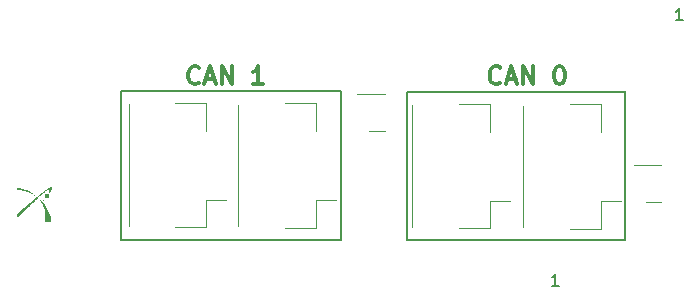
<source format=gbr>
%TF.GenerationSoftware,KiCad,Pcbnew,8.0.3*%
%TF.CreationDate,2024-07-11T22:16:14+02:00*%
%TF.ProjectId,HatV5,48617456-352e-46b6-9963-61645f706362,V2*%
%TF.SameCoordinates,Original*%
%TF.FileFunction,Legend,Top*%
%TF.FilePolarity,Positive*%
%FSLAX46Y46*%
G04 Gerber Fmt 4.6, Leading zero omitted, Abs format (unit mm)*
G04 Created by KiCad (PCBNEW 8.0.3) date 2024-07-11 22:16:14*
%MOMM*%
%LPD*%
G01*
G04 APERTURE LIST*
%ADD10C,0.150000*%
%ADD11C,0.200000*%
%ADD12C,0.375000*%
%ADD13C,0.120000*%
%ADD14C,0.000000*%
G04 APERTURE END LIST*
D10*
X161482400Y-95597200D02*
X143042000Y-95597200D01*
X143042000Y-108119400D02*
X161482400Y-108119400D01*
X161482400Y-108119400D02*
X161482400Y-95521000D01*
X137482400Y-108119400D02*
X137482400Y-95521000D01*
X118838800Y-108119400D02*
X137482400Y-108119400D01*
X137482400Y-95470200D02*
X118838800Y-95470200D01*
X143042000Y-95597200D02*
X143042000Y-108119400D01*
X118838800Y-95470200D02*
X118838800Y-108119400D01*
D11*
X166375882Y-89486619D02*
X165804454Y-89486619D01*
X166090168Y-89486619D02*
X166090168Y-88486619D01*
X166090168Y-88486619D02*
X165994930Y-88629476D01*
X165994930Y-88629476D02*
X165899692Y-88724714D01*
X165899692Y-88724714D02*
X165804454Y-88772333D01*
X155875882Y-111986619D02*
X155304454Y-111986619D01*
X155590168Y-111986619D02*
X155590168Y-110986619D01*
X155590168Y-110986619D02*
X155494930Y-111129476D01*
X155494930Y-111129476D02*
X155399692Y-111224714D01*
X155399692Y-111224714D02*
X155304454Y-111272333D01*
D12*
X125443395Y-94773471D02*
X125371967Y-94844900D01*
X125371967Y-94844900D02*
X125157681Y-94916328D01*
X125157681Y-94916328D02*
X125014824Y-94916328D01*
X125014824Y-94916328D02*
X124800538Y-94844900D01*
X124800538Y-94844900D02*
X124657681Y-94702042D01*
X124657681Y-94702042D02*
X124586252Y-94559185D01*
X124586252Y-94559185D02*
X124514824Y-94273471D01*
X124514824Y-94273471D02*
X124514824Y-94059185D01*
X124514824Y-94059185D02*
X124586252Y-93773471D01*
X124586252Y-93773471D02*
X124657681Y-93630614D01*
X124657681Y-93630614D02*
X124800538Y-93487757D01*
X124800538Y-93487757D02*
X125014824Y-93416328D01*
X125014824Y-93416328D02*
X125157681Y-93416328D01*
X125157681Y-93416328D02*
X125371967Y-93487757D01*
X125371967Y-93487757D02*
X125443395Y-93559185D01*
X126014824Y-94487757D02*
X126729110Y-94487757D01*
X125871967Y-94916328D02*
X126371967Y-93416328D01*
X126371967Y-93416328D02*
X126871967Y-94916328D01*
X127371966Y-94916328D02*
X127371966Y-93416328D01*
X127371966Y-93416328D02*
X128229109Y-94916328D01*
X128229109Y-94916328D02*
X128229109Y-93416328D01*
X130871967Y-94916328D02*
X130014824Y-94916328D01*
X130443395Y-94916328D02*
X130443395Y-93416328D01*
X130443395Y-93416328D02*
X130300538Y-93630614D01*
X130300538Y-93630614D02*
X130157681Y-93773471D01*
X130157681Y-93773471D02*
X130014824Y-93844900D01*
X150943395Y-94773471D02*
X150871967Y-94844900D01*
X150871967Y-94844900D02*
X150657681Y-94916328D01*
X150657681Y-94916328D02*
X150514824Y-94916328D01*
X150514824Y-94916328D02*
X150300538Y-94844900D01*
X150300538Y-94844900D02*
X150157681Y-94702042D01*
X150157681Y-94702042D02*
X150086252Y-94559185D01*
X150086252Y-94559185D02*
X150014824Y-94273471D01*
X150014824Y-94273471D02*
X150014824Y-94059185D01*
X150014824Y-94059185D02*
X150086252Y-93773471D01*
X150086252Y-93773471D02*
X150157681Y-93630614D01*
X150157681Y-93630614D02*
X150300538Y-93487757D01*
X150300538Y-93487757D02*
X150514824Y-93416328D01*
X150514824Y-93416328D02*
X150657681Y-93416328D01*
X150657681Y-93416328D02*
X150871967Y-93487757D01*
X150871967Y-93487757D02*
X150943395Y-93559185D01*
X151514824Y-94487757D02*
X152229110Y-94487757D01*
X151371967Y-94916328D02*
X151871967Y-93416328D01*
X151871967Y-93416328D02*
X152371967Y-94916328D01*
X152871966Y-94916328D02*
X152871966Y-93416328D01*
X152871966Y-93416328D02*
X153729109Y-94916328D01*
X153729109Y-94916328D02*
X153729109Y-93416328D01*
X155871967Y-93416328D02*
X156014824Y-93416328D01*
X156014824Y-93416328D02*
X156157681Y-93487757D01*
X156157681Y-93487757D02*
X156229110Y-93559185D01*
X156229110Y-93559185D02*
X156300538Y-93702042D01*
X156300538Y-93702042D02*
X156371967Y-93987757D01*
X156371967Y-93987757D02*
X156371967Y-94344900D01*
X156371967Y-94344900D02*
X156300538Y-94630614D01*
X156300538Y-94630614D02*
X156229110Y-94773471D01*
X156229110Y-94773471D02*
X156157681Y-94844900D01*
X156157681Y-94844900D02*
X156014824Y-94916328D01*
X156014824Y-94916328D02*
X155871967Y-94916328D01*
X155871967Y-94916328D02*
X155729110Y-94844900D01*
X155729110Y-94844900D02*
X155657681Y-94773471D01*
X155657681Y-94773471D02*
X155586252Y-94630614D01*
X155586252Y-94630614D02*
X155514824Y-94344900D01*
X155514824Y-94344900D02*
X155514824Y-93987757D01*
X155514824Y-93987757D02*
X155586252Y-93702042D01*
X155586252Y-93702042D02*
X155657681Y-93559185D01*
X155657681Y-93559185D02*
X155729110Y-93487757D01*
X155729110Y-93487757D02*
X155871967Y-93416328D01*
D13*
%TO.C,J4*%
X152881778Y-96734422D02*
X152881778Y-107034422D01*
X159451778Y-96624422D02*
X156821778Y-96624422D01*
X159451778Y-98974422D02*
X159451778Y-96624422D01*
X159451778Y-104794422D02*
X159451778Y-107144422D01*
X159451778Y-107144422D02*
X156821778Y-107144422D01*
X161161778Y-104794422D02*
X159451778Y-104794422D01*
%TO.C,J3*%
X143472800Y-96720000D02*
X143472800Y-107020000D01*
X150042800Y-96610000D02*
X147412800Y-96610000D01*
X150042800Y-98960000D02*
X150042800Y-96610000D01*
X150042800Y-104780000D02*
X150042800Y-107130000D01*
X150042800Y-107130000D02*
X147412800Y-107130000D01*
X151752800Y-104780000D02*
X150042800Y-104780000D01*
%TO.C,U4*%
X162217756Y-101794865D02*
X163892756Y-101794865D01*
X163242756Y-104914865D02*
X163892756Y-104914865D01*
X164542756Y-101794865D02*
X163892756Y-101794865D01*
X164542756Y-104914865D02*
X163892756Y-104914865D01*
D14*
%TO.C,G\u002A\u002A\u002A*%
G36*
X112329604Y-104633402D02*
G01*
X112341425Y-104638682D01*
X112342488Y-104639226D01*
X112352435Y-104645200D01*
X112354393Y-104650111D01*
X112350665Y-104655752D01*
X112345217Y-104662237D01*
X112334426Y-104675161D01*
X112319445Y-104693142D01*
X112301428Y-104714793D01*
X112281528Y-104738731D01*
X112281064Y-104739289D01*
X112261509Y-104762603D01*
X112244079Y-104782964D01*
X112229835Y-104799166D01*
X112219839Y-104810004D01*
X112215150Y-104814273D01*
X112215042Y-104814294D01*
X112209316Y-104810946D01*
X112200596Y-104802857D01*
X112200283Y-104802525D01*
X112192570Y-104793248D01*
X112189230Y-104787117D01*
X112189226Y-104787016D01*
X112192378Y-104781691D01*
X112201010Y-104770266D01*
X112213891Y-104754189D01*
X112229789Y-104734905D01*
X112247472Y-104713863D01*
X112265707Y-104692509D01*
X112283262Y-104672288D01*
X112298906Y-104654649D01*
X112311406Y-104641038D01*
X112319531Y-104632900D01*
X112321904Y-104631231D01*
X112329604Y-104633402D01*
G37*
G36*
X112561998Y-104176399D02*
G01*
X112579669Y-104177676D01*
X112593961Y-104180592D01*
X112608266Y-104185792D01*
X112622479Y-104192258D01*
X112660187Y-104215310D01*
X112690940Y-104244671D01*
X112714366Y-104279005D01*
X112730094Y-104316977D01*
X112737751Y-104357252D01*
X112736966Y-104398494D01*
X112727366Y-104439369D01*
X112708582Y-104478541D01*
X112704104Y-104485445D01*
X112675378Y-104519556D01*
X112641036Y-104545971D01*
X112611288Y-104560500D01*
X112585406Y-104567701D01*
X112555249Y-104572120D01*
X112524971Y-104573427D01*
X112498725Y-104571291D01*
X112492388Y-104569963D01*
X112464224Y-104559780D01*
X112434719Y-104543994D01*
X112407978Y-104525062D01*
X112391558Y-104509560D01*
X112365879Y-104473634D01*
X112349118Y-104434690D01*
X112340999Y-104394057D01*
X112341247Y-104353068D01*
X112349587Y-104313056D01*
X112365742Y-104275351D01*
X112389440Y-104241287D01*
X112420403Y-104212193D01*
X112457627Y-104189745D01*
X112472789Y-104183235D01*
X112486647Y-104179177D01*
X112502459Y-104177016D01*
X112523478Y-104176197D01*
X112537555Y-104176116D01*
X112561998Y-104176399D01*
G37*
G36*
X109998826Y-103692755D02*
G01*
X110011650Y-103694670D01*
X110030923Y-103697316D01*
X110052996Y-103700198D01*
X110058576Y-103700903D01*
X110232372Y-103726551D01*
X110399242Y-103759165D01*
X110559947Y-103799046D01*
X110715243Y-103846497D01*
X110865892Y-103901821D01*
X111012650Y-103965321D01*
X111156278Y-104037299D01*
X111297534Y-104118058D01*
X111437177Y-104207900D01*
X111572949Y-104304868D01*
X111630446Y-104347928D01*
X111613904Y-104364995D01*
X111603571Y-104375055D01*
X111596243Y-104381091D01*
X111594545Y-104381884D01*
X111589693Y-104378883D01*
X111578395Y-104370793D01*
X111562228Y-104358773D01*
X111542770Y-104343983D01*
X111538336Y-104340574D01*
X111473924Y-104292729D01*
X111410762Y-104249662D01*
X111347282Y-104210577D01*
X111281918Y-104174675D01*
X111213104Y-104141159D01*
X111139273Y-104109230D01*
X111058860Y-104078091D01*
X110970297Y-104046945D01*
X110945923Y-104038806D01*
X110826279Y-104001799D01*
X110708110Y-103970284D01*
X110592352Y-103944411D01*
X110479942Y-103924332D01*
X110371817Y-103910197D01*
X110268913Y-103902155D01*
X110172167Y-103900359D01*
X110102738Y-103903305D01*
X110073266Y-103905541D01*
X110045941Y-103907815D01*
X110023013Y-103909924D01*
X110006729Y-103911667D01*
X110001369Y-103912405D01*
X109982300Y-103915565D01*
X109982300Y-103802797D01*
X109982300Y-103690030D01*
X109998826Y-103692755D01*
G37*
G36*
X111989934Y-104673168D02*
G01*
X112024845Y-104708694D01*
X112064081Y-104751118D01*
X112106314Y-104798885D01*
X112150216Y-104850438D01*
X112194459Y-104904219D01*
X112237717Y-104958675D01*
X112274633Y-105006875D01*
X112380194Y-105155637D01*
X112478291Y-105310764D01*
X112568595Y-105471483D01*
X112650774Y-105637026D01*
X112724499Y-105806620D01*
X112789437Y-105979496D01*
X112845259Y-106154883D01*
X112891634Y-106332009D01*
X112928231Y-106510105D01*
X112933925Y-106543223D01*
X112937708Y-106565534D01*
X112941146Y-106585095D01*
X112943722Y-106599001D01*
X112944536Y-106602973D01*
X112947098Y-106614415D01*
X112648090Y-106614415D01*
X112349083Y-106614415D01*
X112360297Y-106547331D01*
X112367853Y-106500258D01*
X112374068Y-106456781D01*
X112379063Y-106415159D01*
X112382956Y-106373653D01*
X112385867Y-106330523D01*
X112387916Y-106284029D01*
X112389222Y-106232431D01*
X112389904Y-106173991D01*
X112390083Y-106113534D01*
X112389981Y-106056828D01*
X112389639Y-106008854D01*
X112389011Y-105968178D01*
X112388050Y-105933362D01*
X112386709Y-105902972D01*
X112384940Y-105875572D01*
X112382697Y-105849726D01*
X112380849Y-105832063D01*
X112362245Y-105693447D01*
X112337973Y-105562463D01*
X112307762Y-105438126D01*
X112271343Y-105319449D01*
X112228445Y-105205446D01*
X112179475Y-105096517D01*
X112141688Y-105022155D01*
X112104073Y-104955104D01*
X112064922Y-104892682D01*
X112022528Y-104832204D01*
X111975182Y-104770989D01*
X111961748Y-104754497D01*
X111913708Y-104696082D01*
X111938148Y-104671269D01*
X111962589Y-104646455D01*
X111989934Y-104673168D01*
G37*
G36*
X112917630Y-103631742D02*
G01*
X112941225Y-103638937D01*
X112957463Y-103651625D01*
X112967262Y-103670371D01*
X112969937Y-103681629D01*
X112971094Y-103712110D01*
X112965441Y-103749281D01*
X112953238Y-103792521D01*
X112934747Y-103841210D01*
X112910230Y-103894731D01*
X112879949Y-103952462D01*
X112844164Y-104013785D01*
X112803137Y-104078081D01*
X112801400Y-104080693D01*
X112783788Y-104106953D01*
X112768062Y-104130078D01*
X112755090Y-104148818D01*
X112745739Y-104161925D01*
X112740876Y-104168149D01*
X112740434Y-104168489D01*
X112735503Y-104165447D01*
X112725220Y-104157588D01*
X112711871Y-104146813D01*
X112697741Y-104135022D01*
X112685114Y-104124115D01*
X112676276Y-104115992D01*
X112673482Y-104112812D01*
X112675075Y-104107266D01*
X112680375Y-104094262D01*
X112688649Y-104075491D01*
X112699163Y-104052644D01*
X112704628Y-104041066D01*
X112728172Y-103989277D01*
X112745737Y-103945298D01*
X112757376Y-103908753D01*
X112763145Y-103879269D01*
X112763098Y-103856468D01*
X112757292Y-103839975D01*
X112745780Y-103829415D01*
X112736150Y-103825769D01*
X112715221Y-103824996D01*
X112687638Y-103831249D01*
X112653811Y-103844238D01*
X112614149Y-103863672D01*
X112569063Y-103889260D01*
X112518962Y-103920712D01*
X112464255Y-103957736D01*
X112405352Y-104000042D01*
X112342663Y-104047339D01*
X112276597Y-104099337D01*
X112207563Y-104155744D01*
X112135972Y-104216270D01*
X112062234Y-104280624D01*
X111986756Y-104348515D01*
X111942693Y-104389074D01*
X111930318Y-104400647D01*
X111910994Y-104418833D01*
X111885142Y-104443237D01*
X111853180Y-104473459D01*
X111815526Y-104509103D01*
X111772598Y-104549770D01*
X111724817Y-104595062D01*
X111672599Y-104644583D01*
X111616364Y-104697935D01*
X111556531Y-104754718D01*
X111493518Y-104814537D01*
X111427744Y-104876993D01*
X111359627Y-104941689D01*
X111289586Y-105008226D01*
X111218040Y-105076207D01*
X111145408Y-105145234D01*
X111072107Y-105214910D01*
X110998557Y-105284837D01*
X110925177Y-105354617D01*
X110852384Y-105423853D01*
X110780598Y-105492146D01*
X110710237Y-105559100D01*
X110641721Y-105624315D01*
X110575466Y-105687395D01*
X110511894Y-105747942D01*
X110451420Y-105805558D01*
X110394466Y-105859846D01*
X110378590Y-105874983D01*
X110325945Y-105925165D01*
X110275317Y-105973386D01*
X110227199Y-106019182D01*
X110182083Y-106062085D01*
X110140459Y-106101629D01*
X110102820Y-106137348D01*
X110069657Y-106168776D01*
X110041461Y-106195446D01*
X110018725Y-106216892D01*
X110001939Y-106232648D01*
X109991597Y-106242248D01*
X109988231Y-106245223D01*
X109986587Y-106243702D01*
X109985255Y-106236446D01*
X109984212Y-106222768D01*
X109983436Y-106201977D01*
X109982904Y-106173385D01*
X109982596Y-106136303D01*
X109982487Y-106090042D01*
X109982497Y-106066797D01*
X109982694Y-105884705D01*
X110212355Y-105696557D01*
X110322533Y-105606139D01*
X110440189Y-105509285D01*
X110565090Y-105406190D01*
X110697000Y-105297049D01*
X110835686Y-105182054D01*
X110980913Y-105061401D01*
X111132448Y-104935283D01*
X111290056Y-104803896D01*
X111453503Y-104667432D01*
X111487695Y-104638859D01*
X111576632Y-104564553D01*
X111658242Y-104496420D01*
X111732983Y-104434086D01*
X111801308Y-104377176D01*
X111863673Y-104325315D01*
X111920534Y-104278130D01*
X111972347Y-104235244D01*
X112019567Y-104196283D01*
X112062649Y-104160873D01*
X112102049Y-104128639D01*
X112138223Y-104099206D01*
X112171625Y-104072199D01*
X112202711Y-104047244D01*
X112231938Y-104023966D01*
X112259760Y-104001990D01*
X112286632Y-103980941D01*
X112301098Y-103969682D01*
X112384185Y-103906050D01*
X112460496Y-103849519D01*
X112530350Y-103799905D01*
X112594064Y-103757022D01*
X112651957Y-103720685D01*
X112704347Y-103690708D01*
X112751554Y-103666906D01*
X112793895Y-103649094D01*
X112831689Y-103637087D01*
X112865255Y-103630698D01*
X112885761Y-103629470D01*
X112917630Y-103631742D01*
G37*
D13*
%TO.C,U2*%
X138827700Y-95753200D02*
X140502700Y-95753200D01*
X139852700Y-98873200D02*
X140502700Y-98873200D01*
X141152700Y-95753200D02*
X140502700Y-95753200D01*
X141152700Y-98873200D02*
X140502700Y-98873200D01*
%TO.C,J2*%
X128758200Y-96643800D02*
X128758200Y-106943800D01*
X135328200Y-96533800D02*
X132698200Y-96533800D01*
X135328200Y-98883800D02*
X135328200Y-96533800D01*
X135328200Y-104703800D02*
X135328200Y-107053800D01*
X135328200Y-107053800D02*
X132698200Y-107053800D01*
X137038200Y-104703800D02*
X135328200Y-104703800D01*
%TO.C,J1*%
X119452400Y-96619400D02*
X119452400Y-106919400D01*
X126022400Y-96509400D02*
X123392400Y-96509400D01*
X126022400Y-98859400D02*
X126022400Y-96509400D01*
X126022400Y-104679400D02*
X126022400Y-107029400D01*
X126022400Y-107029400D02*
X123392400Y-107029400D01*
X127732400Y-104679400D02*
X126022400Y-104679400D01*
%TD*%
M02*

</source>
